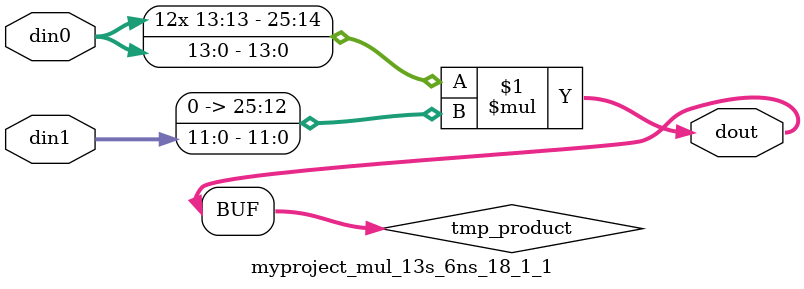
<source format=v>

`timescale 1 ns / 1 ps

 module myproject_mul_13s_6ns_18_1_1(din0, din1, dout);
parameter ID = 1;
parameter NUM_STAGE = 0;
parameter din0_WIDTH = 14;
parameter din1_WIDTH = 12;
parameter dout_WIDTH = 26;

input [din0_WIDTH - 1 : 0] din0; 
input [din1_WIDTH - 1 : 0] din1; 
output [dout_WIDTH - 1 : 0] dout;

wire signed [dout_WIDTH - 1 : 0] tmp_product;


























assign tmp_product = $signed(din0) * $signed({1'b0, din1});









assign dout = tmp_product;





















endmodule

</source>
